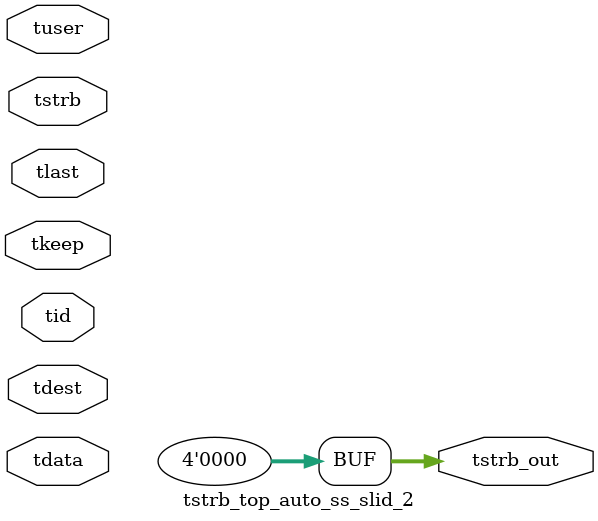
<source format=v>


`timescale 1ps/1ps

module tstrb_top_auto_ss_slid_2 #
(
parameter C_S_AXIS_TDATA_WIDTH = 32,
parameter C_S_AXIS_TUSER_WIDTH = 0,
parameter C_S_AXIS_TID_WIDTH   = 0,
parameter C_S_AXIS_TDEST_WIDTH = 0,
parameter C_M_AXIS_TDATA_WIDTH = 32
)
(
input  [(C_S_AXIS_TDATA_WIDTH == 0 ? 1 : C_S_AXIS_TDATA_WIDTH)-1:0     ] tdata,
input  [(C_S_AXIS_TUSER_WIDTH == 0 ? 1 : C_S_AXIS_TUSER_WIDTH)-1:0     ] tuser,
input  [(C_S_AXIS_TID_WIDTH   == 0 ? 1 : C_S_AXIS_TID_WIDTH)-1:0       ] tid,
input  [(C_S_AXIS_TDEST_WIDTH == 0 ? 1 : C_S_AXIS_TDEST_WIDTH)-1:0     ] tdest,
input  [(C_S_AXIS_TDATA_WIDTH/8)-1:0 ] tkeep,
input  [(C_S_AXIS_TDATA_WIDTH/8)-1:0 ] tstrb,
input                                                                    tlast,
output [(C_M_AXIS_TDATA_WIDTH/8)-1:0 ] tstrb_out
);

assign tstrb_out = {1'b0};

endmodule


</source>
